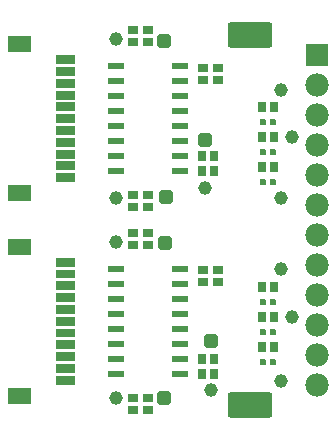
<source format=gts>
G04*
G04 #@! TF.GenerationSoftware,Altium Limited,Altium Designer,22.0.2 (36)*
G04*
G04 Layer_Color=8388736*
%FSLAX25Y25*%
%MOIN*%
G70*
G04*
G04 #@! TF.SameCoordinates,8F1ED235-4021-42EF-82FE-ED0713BC9050*
G04*
G04*
G04 #@! TF.FilePolarity,Negative*
G04*
G01*
G75*
%ADD17R,0.05728X0.02197*%
G04:AMPARAMS|DCode=23|XSize=45.28mil|YSize=45.28mil|CornerRadius=6.89mil|HoleSize=0mil|Usage=FLASHONLY|Rotation=90.000|XOffset=0mil|YOffset=0mil|HoleType=Round|Shape=RoundedRectangle|*
%AMROUNDEDRECTD23*
21,1,0.04528,0.03150,0,0,90.0*
21,1,0.03150,0.04528,0,0,90.0*
1,1,0.01378,0.01575,0.01575*
1,1,0.01378,0.01575,-0.01575*
1,1,0.01378,-0.01575,-0.01575*
1,1,0.01378,-0.01575,0.01575*
%
%ADD23ROUNDEDRECTD23*%
%ADD24C,0.04528*%
G04:AMPARAMS|DCode=25|XSize=147.64mil|YSize=84.65mil|CornerRadius=8.86mil|HoleSize=0mil|Usage=FLASHONLY|Rotation=0.000|XOffset=0mil|YOffset=0mil|HoleType=Round|Shape=RoundedRectangle|*
%AMROUNDEDRECTD25*
21,1,0.14764,0.06693,0,0,0.0*
21,1,0.12992,0.08465,0,0,0.0*
1,1,0.01772,0.06496,-0.03347*
1,1,0.01772,-0.06496,-0.03347*
1,1,0.01772,-0.06496,0.03347*
1,1,0.01772,0.06496,0.03347*
%
%ADD25ROUNDEDRECTD25*%
G04:AMPARAMS|DCode=26|XSize=17.72mil|YSize=21.65mil|CornerRadius=3mil|HoleSize=0mil|Usage=FLASHONLY|Rotation=180.000|XOffset=0mil|YOffset=0mil|HoleType=Round|Shape=RoundedRectangle|*
%AMROUNDEDRECTD26*
21,1,0.01772,0.01565,0,0,180.0*
21,1,0.01171,0.02165,0,0,180.0*
1,1,0.00600,-0.00586,0.00783*
1,1,0.00600,0.00586,0.00783*
1,1,0.00600,0.00586,-0.00783*
1,1,0.00600,-0.00586,-0.00783*
%
%ADD26ROUNDEDRECTD26*%
G04:AMPARAMS|DCode=27|XSize=29.53mil|YSize=33.47mil|CornerRadius=4.72mil|HoleSize=0mil|Usage=FLASHONLY|Rotation=0.000|XOffset=0mil|YOffset=0mil|HoleType=Round|Shape=RoundedRectangle|*
%AMROUNDEDRECTD27*
21,1,0.02953,0.02402,0,0,0.0*
21,1,0.02008,0.03347,0,0,0.0*
1,1,0.00945,0.01004,-0.01201*
1,1,0.00945,-0.01004,-0.01201*
1,1,0.00945,-0.01004,0.01201*
1,1,0.00945,0.01004,0.01201*
%
%ADD27ROUNDEDRECTD27*%
G04:AMPARAMS|DCode=28|XSize=29.53mil|YSize=33.47mil|CornerRadius=4.72mil|HoleSize=0mil|Usage=FLASHONLY|Rotation=90.000|XOffset=0mil|YOffset=0mil|HoleType=Round|Shape=RoundedRectangle|*
%AMROUNDEDRECTD28*
21,1,0.02953,0.02402,0,0,90.0*
21,1,0.02008,0.03347,0,0,90.0*
1,1,0.00945,0.01201,0.01004*
1,1,0.00945,0.01201,-0.01004*
1,1,0.00945,-0.01201,-0.01004*
1,1,0.00945,-0.01201,0.01004*
%
%ADD28ROUNDEDRECTD28*%
%ADD29C,0.07783*%
%ADD30R,0.07783X0.07783*%
G36*
X5842Y7535D02*
Y12859D01*
X13528D01*
Y7535D01*
X5842D01*
D02*
G37*
G36*
X21787Y13834D02*
Y16796D01*
X28292D01*
Y13834D01*
X21787D01*
D02*
G37*
G36*
Y17771D02*
Y20733D01*
X28292D01*
Y17771D01*
X21787D01*
D02*
G37*
G36*
Y21708D02*
Y24670D01*
X28292D01*
Y21708D01*
X21787D01*
D02*
G37*
G36*
Y25645D02*
Y28607D01*
X28292D01*
Y25645D01*
X21787D01*
D02*
G37*
G36*
Y29582D02*
Y32544D01*
X28292D01*
Y29582D01*
X21787D01*
D02*
G37*
G36*
Y33519D02*
Y36481D01*
X28292D01*
Y33519D01*
X21787D01*
D02*
G37*
G36*
Y37456D02*
Y40418D01*
X28292D01*
Y37456D01*
X21787D01*
D02*
G37*
G36*
Y41393D02*
Y44355D01*
X28292D01*
Y41393D01*
X21787D01*
D02*
G37*
G36*
Y45330D02*
Y48292D01*
X28292D01*
Y45330D01*
X21787D01*
D02*
G37*
G36*
X5842Y57141D02*
Y62465D01*
X13528D01*
Y57141D01*
X5842D01*
D02*
G37*
G36*
X21787Y53204D02*
Y56166D01*
X28292D01*
Y53204D01*
X21787D01*
D02*
G37*
G36*
Y49267D02*
Y52229D01*
X28292D01*
Y49267D01*
X21787D01*
D02*
G37*
G36*
X5842Y75035D02*
Y80359D01*
X13528D01*
Y75035D01*
X5842D01*
D02*
G37*
G36*
X21787Y81334D02*
Y84296D01*
X28292D01*
Y81334D01*
X21787D01*
D02*
G37*
G36*
Y85271D02*
Y88233D01*
X28292D01*
Y85271D01*
X21787D01*
D02*
G37*
G36*
Y89208D02*
Y92170D01*
X28292D01*
Y89208D01*
X21787D01*
D02*
G37*
G36*
Y93145D02*
Y96107D01*
X28292D01*
Y93145D01*
X21787D01*
D02*
G37*
G36*
Y97082D02*
Y100044D01*
X28292D01*
Y97082D01*
X21787D01*
D02*
G37*
G36*
Y101019D02*
Y103981D01*
X28292D01*
Y101019D01*
X21787D01*
D02*
G37*
G36*
Y104956D02*
Y107918D01*
X28292D01*
Y104956D01*
X21787D01*
D02*
G37*
G36*
Y108893D02*
Y111855D01*
X28292D01*
Y108893D01*
X21787D01*
D02*
G37*
G36*
Y112830D02*
Y115792D01*
X28292D01*
Y112830D01*
X21787D01*
D02*
G37*
G36*
X13528Y124641D02*
X5842D01*
Y129965D01*
X13528D01*
Y124641D01*
D02*
G37*
G36*
X28292Y120704D02*
X21787D01*
Y123666D01*
X28292D01*
Y120704D01*
D02*
G37*
G36*
Y116767D02*
X21787D01*
Y119729D01*
X28292D01*
Y116767D01*
D02*
G37*
D17*
X63214Y52500D02*
D03*
Y47500D02*
D03*
Y42500D02*
D03*
Y37500D02*
D03*
Y32500D02*
D03*
Y27500D02*
D03*
Y22500D02*
D03*
Y17500D02*
D03*
X41786D02*
D03*
Y22500D02*
D03*
Y27500D02*
D03*
Y32500D02*
D03*
Y37500D02*
D03*
Y42500D02*
D03*
Y47500D02*
D03*
Y52500D02*
D03*
X63214Y120000D02*
D03*
Y115000D02*
D03*
Y110000D02*
D03*
Y105000D02*
D03*
Y100000D02*
D03*
Y95000D02*
D03*
Y90000D02*
D03*
Y85000D02*
D03*
X41786D02*
D03*
Y90000D02*
D03*
Y95000D02*
D03*
Y100000D02*
D03*
Y105000D02*
D03*
Y110000D02*
D03*
Y115000D02*
D03*
Y120000D02*
D03*
D23*
X58016Y61016D02*
D03*
X58000Y9500D02*
D03*
X73500Y28500D02*
D03*
X58500Y76500D02*
D03*
X71500Y95500D02*
D03*
X58000Y128500D02*
D03*
D24*
X42000Y61500D02*
D03*
Y9500D02*
D03*
X73500Y12000D02*
D03*
X42000Y76000D02*
D03*
X71343Y79453D02*
D03*
X42000Y129000D02*
D03*
X97000Y52500D02*
D03*
X100500Y36500D02*
D03*
X97000Y15000D02*
D03*
X100500Y96500D02*
D03*
X97000Y76000D02*
D03*
Y112000D02*
D03*
D25*
X86500Y7000D02*
D03*
Y130500D02*
D03*
D26*
X90778Y81250D02*
D03*
X94222D02*
D03*
X90778Y91250D02*
D03*
X94222D02*
D03*
X90778Y101250D02*
D03*
X94222D02*
D03*
X90778Y31250D02*
D03*
X94222D02*
D03*
X90778Y41250D02*
D03*
X94222D02*
D03*
X90778Y21250D02*
D03*
X94222D02*
D03*
D27*
X94468Y86250D02*
D03*
X90531D02*
D03*
X94468Y96250D02*
D03*
X90531D02*
D03*
X94468Y106250D02*
D03*
X90531D02*
D03*
X94468Y46250D02*
D03*
X90531D02*
D03*
X94468Y36250D02*
D03*
X90531D02*
D03*
X94468Y26250D02*
D03*
X90531D02*
D03*
X70555Y22500D02*
D03*
X74492D02*
D03*
Y17500D02*
D03*
X70555D02*
D03*
Y90000D02*
D03*
X74492D02*
D03*
Y85000D02*
D03*
X70555D02*
D03*
D28*
X75752Y48031D02*
D03*
Y51968D02*
D03*
X70752Y48031D02*
D03*
Y51968D02*
D03*
Y115532D02*
D03*
Y119468D02*
D03*
X75752Y115532D02*
D03*
Y119468D02*
D03*
X47500Y5531D02*
D03*
Y9469D02*
D03*
X52500D02*
D03*
Y5531D02*
D03*
X47500Y64468D02*
D03*
Y60532D02*
D03*
X52500Y64468D02*
D03*
Y60532D02*
D03*
Y131968D02*
D03*
Y128032D02*
D03*
X47500Y131968D02*
D03*
Y128032D02*
D03*
X52500Y76968D02*
D03*
Y73032D02*
D03*
X47500D02*
D03*
Y76968D02*
D03*
D29*
X108817Y53750D02*
D03*
Y63750D02*
D03*
Y43750D02*
D03*
X108817Y83750D02*
D03*
Y73750D02*
D03*
X108817Y23750D02*
D03*
Y33750D02*
D03*
X108817Y13750D02*
D03*
X108817Y113750D02*
D03*
Y103750D02*
D03*
Y93750D02*
D03*
D30*
Y123750D02*
D03*
M02*

</source>
